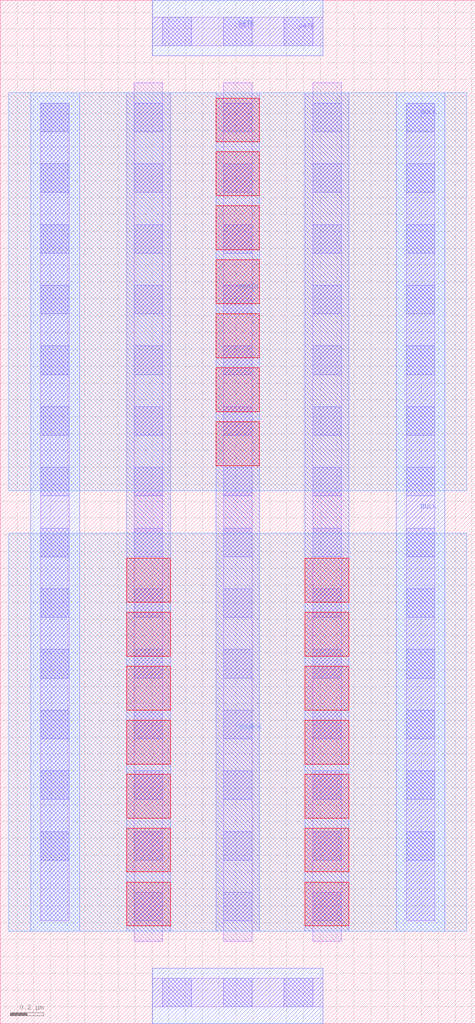
<source format=lef>
# Copyright 2020 The SkyWater PDK Authors
#
# Licensed under the Apache License, Version 2.0 (the "License");
# you may not use this file except in compliance with the License.
# You may obtain a copy of the License at
#
#     https://www.apache.org/licenses/LICENSE-2.0
#
# Unless required by applicable law or agreed to in writing, software
# distributed under the License is distributed on an "AS IS" BASIS,
# WITHOUT WARRANTIES OR CONDITIONS OF ANY KIND, either express or implied.
# See the License for the specific language governing permissions and
# limitations under the License.
#
# SPDX-License-Identifier: Apache-2.0

VERSION 5.7 ;
  NOWIREEXTENSIONATPIN ON ;
  DIVIDERCHAR "/" ;
  BUSBITCHARS "[]" ;
MACRO sky130_fd_pr__rf_pfet_01v8_aM02W5p00L0p25
  CLASS BLOCK ;
  FOREIGN sky130_fd_pr__rf_pfet_01v8_aM02W5p00L0p25 ;
  ORIGIN  0.000000  0.000000 ;
  SIZE  2.820000 BY  6.070000 ;
  PIN BULK
    ANTENNADIFFAREA  2.929000 ;
    PORT
      LAYER li1 ;
        RECT 0.240000 0.610000 0.410000 5.460000 ;
        RECT 2.410000 0.610000 2.580000 5.460000 ;
      LAYER mcon ;
        RECT 0.240000 0.970000 0.410000 1.140000 ;
        RECT 0.240000 1.330000 0.410000 1.500000 ;
        RECT 0.240000 1.690000 0.410000 1.860000 ;
        RECT 0.240000 2.050000 0.410000 2.220000 ;
        RECT 0.240000 2.410000 0.410000 2.580000 ;
        RECT 0.240000 2.770000 0.410000 2.940000 ;
        RECT 0.240000 3.130000 0.410000 3.300000 ;
        RECT 0.240000 3.490000 0.410000 3.660000 ;
        RECT 0.240000 3.850000 0.410000 4.020000 ;
        RECT 0.240000 4.210000 0.410000 4.380000 ;
        RECT 0.240000 4.570000 0.410000 4.740000 ;
        RECT 0.240000 4.930000 0.410000 5.100000 ;
        RECT 0.240000 5.290000 0.410000 5.460000 ;
        RECT 2.410000 0.970000 2.580000 1.140000 ;
        RECT 2.410000 1.330000 2.580000 1.500000 ;
        RECT 2.410000 1.690000 2.580000 1.860000 ;
        RECT 2.410000 2.050000 2.580000 2.220000 ;
        RECT 2.410000 2.410000 2.580000 2.580000 ;
        RECT 2.410000 2.770000 2.580000 2.940000 ;
        RECT 2.410000 3.130000 2.580000 3.300000 ;
        RECT 2.410000 3.490000 2.580000 3.660000 ;
        RECT 2.410000 3.850000 2.580000 4.020000 ;
        RECT 2.410000 4.210000 2.580000 4.380000 ;
        RECT 2.410000 4.570000 2.580000 4.740000 ;
        RECT 2.410000 4.930000 2.580000 5.100000 ;
        RECT 2.410000 5.290000 2.580000 5.460000 ;
    END
    PORT
      LAYER met1 ;
        RECT 0.180000 0.550000 0.470000 5.520000 ;
        RECT 2.350000 0.550000 2.640000 5.520000 ;
    END
  END BULK
  PIN DRAIN
    ANTENNADIFFAREA  1.414000 ;
    PORT
      LAYER met2 ;
        RECT 0.050000 3.160000 2.770000 5.520000 ;
    END
  END DRAIN
  PIN GATE
    ANTENNAGATEAREA  2.525000 ;
    PORT
      LAYER li1 ;
        RECT 0.905000 0.100000 1.915000 0.270000 ;
        RECT 0.905000 5.800000 1.915000 5.970000 ;
      LAYER mcon ;
        RECT 0.965000 0.100000 1.135000 0.270000 ;
        RECT 0.965000 5.800000 1.135000 5.970000 ;
        RECT 1.325000 0.100000 1.495000 0.270000 ;
        RECT 1.325000 5.800000 1.495000 5.970000 ;
        RECT 1.685000 0.100000 1.855000 0.270000 ;
        RECT 1.685000 5.800000 1.855000 5.970000 ;
    END
    PORT
      LAYER met1 ;
        RECT 0.905000 0.000000 1.915000 0.330000 ;
        RECT 0.905000 5.740000 1.915000 6.070000 ;
    END
  END GATE
  PIN SOURCE
    ANTENNADIFFAREA  2.828000 ;
    PORT
      LAYER met2 ;
        RECT 0.050000 0.550000 2.770000 2.910000 ;
    END
  END SOURCE
  OBS
    LAYER li1 ;
      RECT 0.795000 0.490000 0.965000 5.580000 ;
      RECT 1.325000 0.490000 1.495000 5.580000 ;
      RECT 1.855000 0.490000 2.025000 5.580000 ;
    LAYER mcon ;
      RECT 0.795000 0.610000 0.965000 0.780000 ;
      RECT 0.795000 0.970000 0.965000 1.140000 ;
      RECT 0.795000 1.330000 0.965000 1.500000 ;
      RECT 0.795000 1.690000 0.965000 1.860000 ;
      RECT 0.795000 2.050000 0.965000 2.220000 ;
      RECT 0.795000 2.410000 0.965000 2.580000 ;
      RECT 0.795000 2.770000 0.965000 2.940000 ;
      RECT 0.795000 3.130000 0.965000 3.300000 ;
      RECT 0.795000 3.490000 0.965000 3.660000 ;
      RECT 0.795000 3.850000 0.965000 4.020000 ;
      RECT 0.795000 4.210000 0.965000 4.380000 ;
      RECT 0.795000 4.570000 0.965000 4.740000 ;
      RECT 0.795000 4.930000 0.965000 5.100000 ;
      RECT 0.795000 5.290000 0.965000 5.460000 ;
      RECT 1.325000 0.610000 1.495000 0.780000 ;
      RECT 1.325000 0.970000 1.495000 1.140000 ;
      RECT 1.325000 1.330000 1.495000 1.500000 ;
      RECT 1.325000 1.690000 1.495000 1.860000 ;
      RECT 1.325000 2.050000 1.495000 2.220000 ;
      RECT 1.325000 2.410000 1.495000 2.580000 ;
      RECT 1.325000 2.770000 1.495000 2.940000 ;
      RECT 1.325000 3.130000 1.495000 3.300000 ;
      RECT 1.325000 3.490000 1.495000 3.660000 ;
      RECT 1.325000 3.850000 1.495000 4.020000 ;
      RECT 1.325000 4.210000 1.495000 4.380000 ;
      RECT 1.325000 4.570000 1.495000 4.740000 ;
      RECT 1.325000 4.930000 1.495000 5.100000 ;
      RECT 1.325000 5.290000 1.495000 5.460000 ;
      RECT 1.855000 0.610000 2.025000 0.780000 ;
      RECT 1.855000 0.970000 2.025000 1.140000 ;
      RECT 1.855000 1.330000 2.025000 1.500000 ;
      RECT 1.855000 1.690000 2.025000 1.860000 ;
      RECT 1.855000 2.050000 2.025000 2.220000 ;
      RECT 1.855000 2.410000 2.025000 2.580000 ;
      RECT 1.855000 2.770000 2.025000 2.940000 ;
      RECT 1.855000 3.130000 2.025000 3.300000 ;
      RECT 1.855000 3.490000 2.025000 3.660000 ;
      RECT 1.855000 3.850000 2.025000 4.020000 ;
      RECT 1.855000 4.210000 2.025000 4.380000 ;
      RECT 1.855000 4.570000 2.025000 4.740000 ;
      RECT 1.855000 4.930000 2.025000 5.100000 ;
      RECT 1.855000 5.290000 2.025000 5.460000 ;
    LAYER met1 ;
      RECT 0.750000 0.550000 1.010000 5.520000 ;
      RECT 1.280000 0.550000 1.540000 5.520000 ;
      RECT 1.810000 0.550000 2.070000 5.520000 ;
    LAYER via ;
      RECT 0.750000 0.580000 1.010000 0.840000 ;
      RECT 0.750000 0.900000 1.010000 1.160000 ;
      RECT 0.750000 1.220000 1.010000 1.480000 ;
      RECT 0.750000 1.540000 1.010000 1.800000 ;
      RECT 0.750000 1.860000 1.010000 2.120000 ;
      RECT 0.750000 2.180000 1.010000 2.440000 ;
      RECT 0.750000 2.500000 1.010000 2.760000 ;
      RECT 1.280000 3.310000 1.540000 3.570000 ;
      RECT 1.280000 3.630000 1.540000 3.890000 ;
      RECT 1.280000 3.950000 1.540000 4.210000 ;
      RECT 1.280000 4.270000 1.540000 4.530000 ;
      RECT 1.280000 4.590000 1.540000 4.850000 ;
      RECT 1.280000 4.910000 1.540000 5.170000 ;
      RECT 1.280000 5.230000 1.540000 5.490000 ;
      RECT 1.810000 0.580000 2.070000 0.840000 ;
      RECT 1.810000 0.900000 2.070000 1.160000 ;
      RECT 1.810000 1.220000 2.070000 1.480000 ;
      RECT 1.810000 1.540000 2.070000 1.800000 ;
      RECT 1.810000 1.860000 2.070000 2.120000 ;
      RECT 1.810000 2.180000 2.070000 2.440000 ;
      RECT 1.810000 2.500000 2.070000 2.760000 ;
  END
END sky130_fd_pr__rf_pfet_01v8_aM02W5p00L0p25
END LIBRARY

</source>
